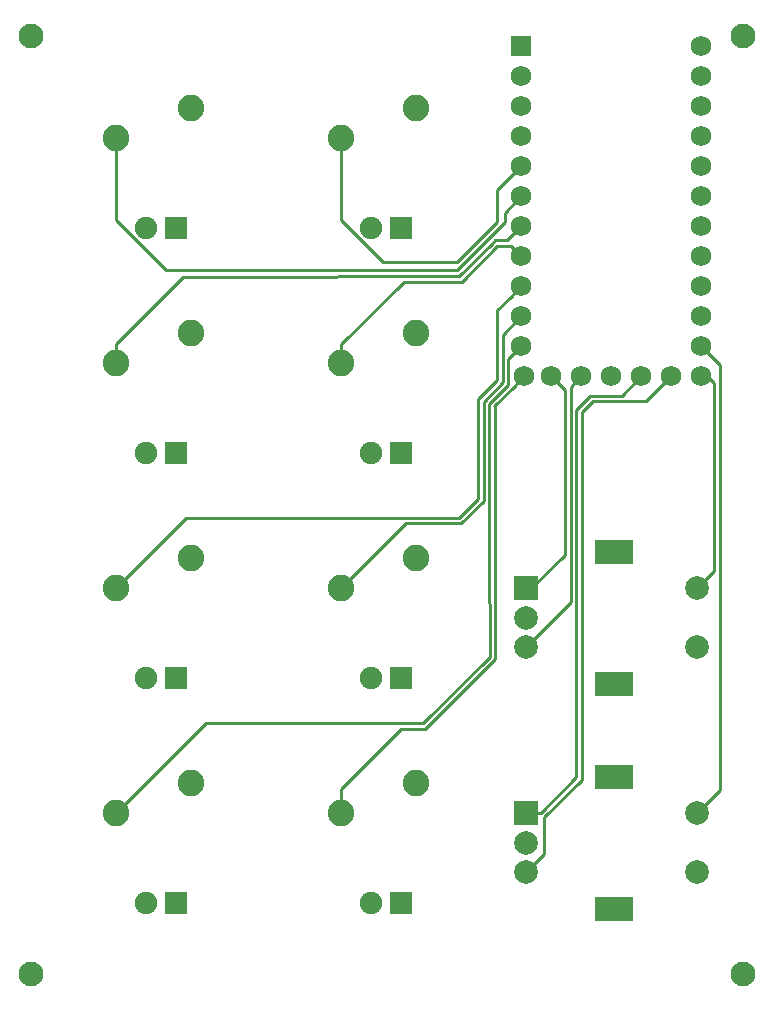
<source format=gbr>
G04 #@! TF.GenerationSoftware,KiCad,Pcbnew,(5.1.5)-2*
G04 #@! TF.CreationDate,2020-01-16T23:06:53-08:00*
G04 #@! TF.ProjectId,Jason's PCB,4a61736f-6e27-4732-9050-43422e6b6963,rev?*
G04 #@! TF.SameCoordinates,Original*
G04 #@! TF.FileFunction,Copper,L2,Bot*
G04 #@! TF.FilePolarity,Positive*
%FSLAX46Y46*%
G04 Gerber Fmt 4.6, Leading zero omitted, Abs format (unit mm)*
G04 Created by KiCad (PCBNEW (5.1.5)-2) date 2020-01-16 23:06:53*
%MOMM*%
%LPD*%
G04 APERTURE LIST*
%ADD10R,1.752600X1.752600*%
%ADD11C,1.752600*%
%ADD12C,2.000000*%
%ADD13R,3.200000X2.000000*%
%ADD14R,2.000000X2.000000*%
%ADD15C,2.250000*%
%ADD16C,1.905000*%
%ADD17R,1.905000X1.905000*%
%ADD18C,2.100000*%
%ADD19C,0.254000*%
G04 APERTURE END LIST*
D10*
X120904000Y-17526000D03*
D11*
X120904000Y-20066000D03*
X120904000Y-22606000D03*
X120904000Y-25146000D03*
X120904000Y-27686000D03*
X120904000Y-30226000D03*
X120904000Y-32766000D03*
X120904000Y-35306000D03*
X120904000Y-37846000D03*
X120904000Y-40386000D03*
X120904000Y-42926000D03*
X136144000Y-45466000D03*
X136144000Y-42926000D03*
X136144000Y-40386000D03*
X136144000Y-37846000D03*
X136144000Y-35306000D03*
X136144000Y-32766000D03*
X136144000Y-30226000D03*
X136144000Y-27686000D03*
X136144000Y-25146000D03*
X136144000Y-22606000D03*
X136144000Y-20066000D03*
X121132600Y-45466000D03*
X136144000Y-17526000D03*
X133604000Y-45466000D03*
X131064000Y-45466000D03*
X128524000Y-45466000D03*
X125984000Y-45466000D03*
X123444000Y-45466000D03*
D12*
X135778000Y-87463000D03*
X135778000Y-82463000D03*
D13*
X128778000Y-90563000D03*
X128778000Y-79363000D03*
D12*
X121278000Y-87463000D03*
X121278000Y-84963000D03*
D14*
X121278000Y-82463000D03*
D15*
X112014000Y-22733000D03*
X105664000Y-25273000D03*
D16*
X108204000Y-32893000D03*
D17*
X110744000Y-32893000D03*
D14*
X121278000Y-63413000D03*
D12*
X121278000Y-65913000D03*
X121278000Y-68413000D03*
D13*
X128778000Y-60313000D03*
X128778000Y-71513000D03*
D12*
X135778000Y-63413000D03*
X135778000Y-68413000D03*
D17*
X91694000Y-51943000D03*
D16*
X89154000Y-51943000D03*
D15*
X86614000Y-44323000D03*
X92964000Y-41783000D03*
D17*
X110744000Y-90043000D03*
D16*
X108204000Y-90043000D03*
D15*
X105664000Y-82423000D03*
X112014000Y-79883000D03*
D17*
X91694000Y-90043000D03*
D16*
X89154000Y-90043000D03*
D15*
X86614000Y-82423000D03*
X92964000Y-79883000D03*
D17*
X110744000Y-70993000D03*
D16*
X108204000Y-70993000D03*
D15*
X105664000Y-63373000D03*
X112014000Y-60833000D03*
D17*
X91694000Y-70993000D03*
D16*
X89154000Y-70993000D03*
D15*
X86614000Y-63373000D03*
X92964000Y-60833000D03*
D17*
X110744000Y-51943000D03*
D16*
X108204000Y-51943000D03*
D15*
X105664000Y-44323000D03*
X112014000Y-41783000D03*
X92964000Y-22733000D03*
X86614000Y-25273000D03*
D16*
X89154000Y-32893000D03*
D17*
X91694000Y-32893000D03*
D18*
X139700000Y-16668750D03*
X79375000Y-16668750D03*
X139700000Y-96043750D03*
X79375000Y-96043750D03*
D19*
X120904000Y-30226000D02*
X119506253Y-31623747D01*
X119506253Y-32385747D02*
X115443000Y-36449000D01*
X119506253Y-31623747D02*
X119506253Y-32385747D01*
X86614000Y-26863990D02*
X86614000Y-25273000D01*
X86614000Y-32246662D02*
X86614000Y-26863990D01*
X90816338Y-36449000D02*
X86614000Y-32246662D01*
X115443000Y-36449000D02*
X90816338Y-36449000D01*
X120904000Y-32766000D02*
X119694309Y-33975691D01*
X118696644Y-33975691D02*
X118430691Y-34241644D01*
X119694309Y-33975691D02*
X118696644Y-33975691D01*
X118412356Y-34241644D02*
X115643010Y-37010990D01*
X118430691Y-34241644D02*
X118412356Y-34241644D01*
X92262010Y-37084000D02*
X94869000Y-37084000D01*
X86614000Y-42732010D02*
X92262010Y-37084000D01*
X86614000Y-44323000D02*
X86614000Y-42732010D01*
X115643010Y-37010990D02*
X94869000Y-37084000D01*
X120027701Y-34429701D02*
X120904000Y-35306000D01*
X105664000Y-42732010D02*
X110931010Y-37465000D01*
X105664000Y-44323000D02*
X105664000Y-42732010D01*
X118884701Y-34429701D02*
X120027701Y-34429701D01*
X110931010Y-37465000D02*
X115849402Y-37465000D01*
X115849402Y-37465000D02*
X118884701Y-34429701D01*
X120904000Y-37846000D02*
X120872250Y-37846000D01*
X86614000Y-63373000D02*
X92529010Y-57457990D01*
X92529010Y-57457990D02*
X115635944Y-57457990D01*
X117255972Y-55837962D02*
X117255972Y-47401659D01*
X115635944Y-57457990D02*
X117255972Y-55837962D01*
X120027701Y-38722299D02*
X120904000Y-37846000D01*
X118884730Y-39865270D02*
X120027701Y-38722299D01*
X118884730Y-45772901D02*
X118884730Y-39865270D01*
X117255972Y-47401659D02*
X118884730Y-45772901D01*
X119338740Y-41951260D02*
X120904000Y-40386000D01*
X119338740Y-46001128D02*
X119338740Y-41951260D01*
X105664000Y-63373000D02*
X111125000Y-57912000D01*
X111125000Y-57912000D02*
X115824000Y-57912000D01*
X115824000Y-57912000D02*
X117709982Y-56026018D01*
X117709982Y-56026018D02*
X117709982Y-47629886D01*
X117709982Y-47629886D02*
X119338740Y-46001128D01*
X120904000Y-42926000D02*
X119792750Y-44037250D01*
X119792750Y-44037250D02*
X119792750Y-46189184D01*
X118163991Y-64696991D02*
X118227490Y-64760490D01*
X119792750Y-46189184D02*
X118163991Y-47817943D01*
X118163991Y-47817943D02*
X118163991Y-64696991D01*
X118227490Y-64760490D02*
X118227490Y-69217444D01*
X118227490Y-69217444D02*
X112587944Y-74856990D01*
X94180010Y-74856990D02*
X86614000Y-82423000D01*
X112587944Y-74856990D02*
X94180010Y-74856990D01*
X120256301Y-46342299D02*
X120256301Y-46367699D01*
X121132600Y-45466000D02*
X120256301Y-46342299D01*
X105664000Y-82423000D02*
X105664000Y-80391000D01*
X105664000Y-80391000D02*
X110744000Y-75311000D01*
X110744000Y-75311000D02*
X112776000Y-75311000D01*
X118681500Y-69405500D02*
X118681500Y-47942500D01*
X120256301Y-46367699D02*
X118681500Y-47942500D01*
X112776000Y-75311000D02*
X118681500Y-69405500D01*
X118681500Y-47942500D02*
X118618000Y-48006000D01*
X105664000Y-32258000D02*
X105664000Y-25273000D01*
X118868467Y-29721533D02*
X118868467Y-32381467D01*
X118868467Y-32381467D02*
X115435934Y-35814000D01*
X115435934Y-35814000D02*
X109220000Y-35814000D01*
X120904000Y-27686000D02*
X118868467Y-29721533D01*
X109220000Y-35814000D02*
X105664000Y-32258000D01*
X121261500Y-63413000D02*
X120586500Y-62738000D01*
X121278000Y-63413000D02*
X121261500Y-63413000D01*
X121953000Y-62738000D02*
X121278000Y-63413000D01*
X122174000Y-62738000D02*
X121953000Y-62738000D01*
X121753000Y-63413000D02*
X121278000Y-63413000D01*
X124587000Y-60579000D02*
X121753000Y-63413000D01*
X123444000Y-45466000D02*
X124587000Y-46609000D01*
X124587000Y-46609000D02*
X124587000Y-60579000D01*
X125107701Y-64583299D02*
X122277999Y-67413001D01*
X122277999Y-67413001D02*
X121278000Y-68413000D01*
X125107701Y-46342299D02*
X125107701Y-64583299D01*
X125984000Y-45466000D02*
X125107701Y-46342299D01*
X136652000Y-45466000D02*
X137255250Y-46069250D01*
X136144000Y-45466000D02*
X136652000Y-45466000D01*
X137255250Y-46069250D02*
X137255250Y-61944250D01*
X137246750Y-61944250D02*
X135778000Y-63413000D01*
X137255250Y-61944250D02*
X137246750Y-61944250D01*
X120693357Y-81681143D02*
X121278000Y-82265786D01*
X121278000Y-82265786D02*
X121278000Y-82463000D01*
X131064000Y-45466000D02*
X129413000Y-47117000D01*
X126746000Y-47117000D02*
X125561711Y-48301289D01*
X129413000Y-47117000D02*
X126746000Y-47117000D01*
X122532000Y-82463000D02*
X121278000Y-82463000D01*
X125561711Y-79433289D02*
X122532000Y-82463000D01*
X125561711Y-48301289D02*
X125561711Y-79433289D01*
X133604000Y-45466000D02*
X131498990Y-47571010D01*
X131498990Y-47571010D02*
X126934056Y-47571010D01*
X126934056Y-47571010D02*
X126015721Y-48489345D01*
X126015721Y-79621346D02*
X122809000Y-82828067D01*
X126015721Y-48489345D02*
X126015721Y-79621346D01*
X122809000Y-85932000D02*
X121278000Y-87463000D01*
X122809000Y-82828067D02*
X122809000Y-85932000D01*
X137709260Y-80531740D02*
X135778000Y-82463000D01*
X136144000Y-42926000D02*
X137709260Y-44491260D01*
X137709260Y-44491260D02*
X137709260Y-80531740D01*
M02*

</source>
